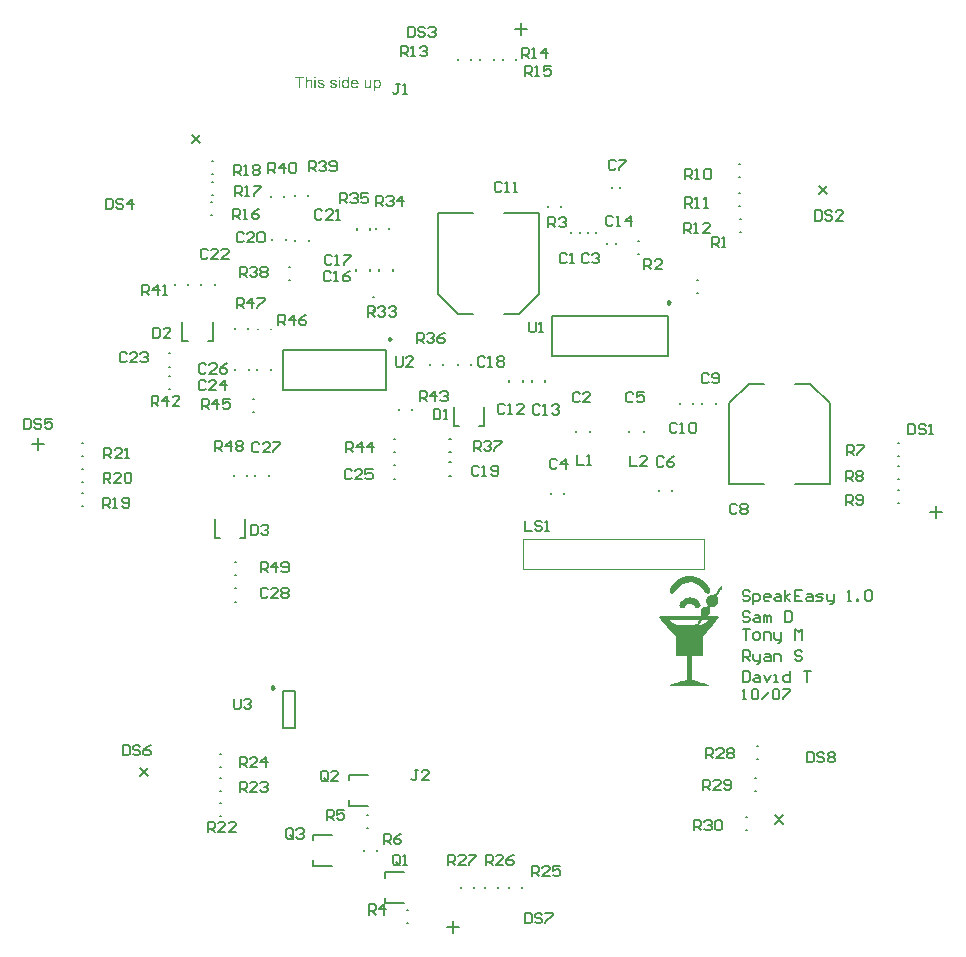
<source format=gto>
%FSTAX23Y23*%
%MOIN*%
%SFA1B1*%

%IPPOS*%
%ADD10C,0.009840*%
%ADD11C,0.007870*%
%ADD12C,0.003000*%
%ADD13C,0.007000*%
%LNspeakeasy_audio-1*%
%LPD*%
G36*
X0383Y02823D02*
X03831D01*
X03833Y02823*
X03836Y02822*
X0384Y02822*
X03844Y02821*
X03849Y0282*
X03853Y02818*
X03857Y02816*
X03857*
X03858Y02816*
X0386Y02815*
X03863Y02813*
X03867Y0281*
X03872Y02807*
X03877Y02802*
X03881Y02797*
X03886Y02791*
Y0279*
X03886Y0279*
X03888Y02788*
X03889Y02785*
X03891Y02781*
X03893Y02777*
X03893Y02773*
Y0277*
X03892Y02768*
X03891Y02767*
X0389Y02766*
X03889Y02765*
X03886Y02764*
X03884*
X03882Y02765*
X03882*
X03881Y02765*
X03879Y02767*
X03876Y02769*
X03875Y02771*
X03873Y02773*
X03873Y02773*
X03873Y02774*
X03871Y02776*
X0387Y02777*
X03866Y02782*
X03861Y02787*
X03855Y02793*
X03847Y02797*
X03843Y028*
X03838Y02801*
X03834Y02802*
X03829Y02803*
X03824*
X03821Y02802*
X03819Y02801*
X03812Y028*
X03809Y02799*
X03805Y02797*
X03801Y02795*
X03797Y02793*
X03793Y0279*
X03789Y02786*
X03785Y02782*
X03781Y02777*
X03781Y02777*
X0378Y02776*
X03779Y02774*
X03777Y02772*
X03773Y02767*
X0377Y02766*
X03769Y02764*
X03768*
X03768Y02764*
X03766Y02764*
X03764Y02764*
X03763Y02764*
X03761Y02765*
X0376Y02766*
X0376Y02767*
X03759Y02768*
X03758Y0277*
X03758Y02773*
Y02777*
X03759Y02781*
X0376Y02784*
X03762Y02787*
X03764Y0279*
X03767Y02794*
X03767Y02794*
X03767Y02794*
X03769Y02797*
X03773Y028*
X03777Y02804*
X03782Y02809*
X03789Y02813*
X03796Y02817*
X03803Y0282*
X03803*
X03805Y02821*
X03807Y02821*
X0381Y02822*
X03814Y02823*
X03819Y02823*
X03824Y02823*
X0383Y02823*
G37*
G36*
X03832Y02751D02*
X03837Y0275D01*
X03841Y02749*
X03847Y02746*
X03851Y02743*
X03856Y02737*
X03856Y02737*
X03857Y02736*
X03857Y02735*
X03859Y02733*
X0386Y02729*
X03861Y02727*
Y02725*
Y02725*
Y02724*
X0386Y02722*
X03859Y02721*
X03859Y0272*
X03857Y02719*
X03855Y02717*
X03854Y02717*
X03853Y02717*
X03849*
X03848Y02717*
X03847Y02718*
X03844Y0272*
X03842Y02722*
X0384Y02724*
X0384Y02724*
X03839Y02725*
X03837Y02726*
X03834Y02728*
X03832Y02729*
X03829Y02731*
X03827Y02731*
X03824Y02732*
X03823*
X03822Y02731*
X03821Y02731*
X03819Y0273*
X03817Y02729*
X03814Y02727*
X03812Y02724*
X03811Y02724*
X03811Y02723*
X0381Y02722*
X03808Y0272*
X03805Y02718*
X03803Y02717*
X03802Y02716*
X038*
X03797Y02717*
X03795Y02718*
X03794Y02719*
X03793Y0272*
X03792Y02721*
X03791Y02724*
X0379Y02726*
Y02727*
X03791Y02729*
X03792Y02732*
X03793Y02734*
X03794Y02737*
X03795Y02737*
X03796Y02739*
X03799Y02741*
X03802Y02744*
X03806Y02747*
X03811Y0275*
X03817Y02751*
X03825Y02752*
X03828*
X03832Y02751*
G37*
G36*
X03932Y0279D02*
X03933Y02789D01*
X03934Y02788*
X03934Y02787*
X03934Y02786*
X03933Y02785*
X03933Y02784*
X03932Y02783*
X03931Y02781*
X0393Y02778*
X03927Y02775*
X03925Y02771*
X03924Y02771*
X03924Y0277*
X03923Y02768*
X03921Y02766*
X03919Y02762*
X03918Y0276*
X03917Y02759*
Y02758*
X03917Y02757*
Y02754*
X03918Y02752*
X03918Y02752*
X03918Y0275*
X03919Y02748*
X0392Y02746*
X0392Y02742*
Y02739*
X0392Y02735*
X03918Y02731*
X03918Y02731*
X03917Y0273*
X03916Y02729*
X03914Y02727*
X03912Y02725*
X03909Y02723*
X03905Y02721*
X03901Y0272*
X03891Y02719*
X03891Y02709*
Y02709*
Y02708*
Y02706*
Y02703*
X03891Y027*
Y02699*
X0389Y02698*
X03889Y02696*
X03888Y02694*
X03887Y02693*
X03886Y02692*
X03886Y0269*
Y0269*
X03887Y02689*
X03899*
X03904Y0269*
X03913*
X03916Y02689*
X03919Y02689*
X03921Y02688*
X03921Y02688*
X03922Y02687*
X03921Y02686*
X03921Y02685*
X0392Y02683*
X03917Y0268*
X03914Y02676*
X03912Y02673*
X0391Y0267*
X03907Y02667*
X03904Y02663*
X03904Y02663*
X03903Y02662*
X03901Y0266*
X039Y02658*
X03898Y02656*
X03895Y02653*
X0389Y02647*
X0389Y02646*
X03889Y02645*
X03887Y02644*
X03886Y02642*
X03883Y02638*
X03881Y02636*
X03879Y02634*
X0387Y02623*
Y02555*
X03833*
X03834Y02477*
X03842Y02475*
X03843Y02474*
X03845Y02474*
X03846Y02473*
X03848Y02473*
X03851Y02472*
X03853Y02471*
X03854*
X03855Y0247*
X03856Y0247*
X03859Y02469*
X03863Y02468*
X03869Y02466*
X0387*
X03871Y02466*
X03872Y02466*
X03874Y02465*
X03879Y02463*
X03883Y02462*
X03884*
X03884Y02462*
X03887Y02461*
X03889Y0246*
X0389Y02459*
X0389Y02459*
X0389Y02459*
X03889*
X03886Y02458*
X03883*
X03881Y02458*
X03879*
X03876Y02457*
X03867*
X03865Y02457*
X03852*
X03844Y02457*
X03809*
X03801Y02457*
X03785*
X03777Y02457*
X03774*
X03771Y02458*
X03767*
X03763Y02458*
X0376Y02459*
X03758*
X03757Y02459*
X03757*
X03757Y02459*
X03758Y0246*
X03759Y0246*
X03761Y02461*
X03763Y02462*
X03766Y02463*
X03766*
X03767Y02463*
X03769Y02464*
X03771Y02465*
X03774Y02465*
X03778Y02466*
X03782Y02467*
X03786Y02469*
X03816Y02477*
Y02555*
X03778*
Y02622*
X0375Y02654*
X03749Y02655*
X03748Y02656*
X03746Y02659*
X03743Y02662*
X0374Y02666*
X03736Y0267*
X0373Y02677*
X03729Y02678*
X03729Y02679*
X03727Y02681*
X03726Y02683*
X03724Y02684*
X03723Y02686*
X03722Y02687*
X03721Y02688*
X03722*
X03723Y02688*
X03724*
X03727Y02689*
X03733*
X03736Y02689*
X03754*
X03757Y02689*
X03841*
X03846Y0269*
X03857*
X03859Y0269*
X0386Y0269*
X03862Y02691*
X03863Y02691*
X03864Y02692*
Y02693*
Y02694*
X03864Y02695*
X03864Y02696*
X03863Y02699*
Y02699*
X03863Y02701*
X03862Y02703*
X03861Y02705*
Y02705*
Y02706*
Y02707*
X03862Y02709*
X03863Y02712*
X03864Y02714*
X03865Y02716*
X03866Y02716*
X03866Y02717*
X03867Y02717*
X03869Y02719*
X03872Y0272*
X03874Y0272*
X03877Y02721*
X03878*
X0388Y02721*
X03883Y02721*
X03884Y02722*
X03885Y02722*
X03885Y02723*
Y02724*
X03885Y02725*
X03884Y02727*
X03883Y02728*
Y02729*
X03883Y02729*
X03882Y0273*
X03881Y02732*
X0388Y02736*
X0388Y02741*
Y02741*
Y02743*
X0388Y02744*
X0388Y02746*
X03882Y0275*
X03884Y02754*
X03884Y02754*
X03886Y02755*
X03887Y02757*
X0389Y02758*
X03891Y02759*
X03893Y02759*
X03896Y0276*
X03899Y0276*
X039*
X03902Y02761*
X03903Y02761*
X03907Y02762*
X03908Y02763*
X0391Y02763*
X0391Y02764*
X03911Y02765*
X03912Y02766*
X03913Y02768*
X03915Y0277*
X03917Y02773*
X03919Y02777*
X03919Y02777*
X0392Y02778*
X0392Y02779*
X03921Y02781*
X03924Y02784*
X03926Y02787*
X03927Y02788*
X03928Y02789*
X0393Y0279*
X03931*
X03932Y0279*
G37*
G36*
X0266Y04483D02*
X02655D01*
Y04488*
X0266*
Y04483*
G37*
G36*
X02579D02*
X02574D01*
Y04488*
X02579*
Y04483*
G37*
G36*
X02689Y0445D02*
X02685D01*
Y04453*
X02685Y04453*
X02685Y04453*
X02685Y04453*
X02684Y04452*
X02684Y04452*
X02684Y04452*
X02683Y04451*
X02683Y04451*
X02682Y04451*
X02682Y0445*
X02681Y0445*
X0268Y0445*
X0268Y04449*
X02679Y04449*
X02678Y04449*
X02677Y04449*
X02677*
X02677Y04449*
X02676Y04449*
X02675Y04449*
X02674Y04449*
X02673Y0445*
X02672Y0445*
X02671Y04451*
X02671*
X02671Y04451*
X02671Y04451*
X0267Y04452*
X02669Y04452*
X02669Y04453*
X02668Y04454*
X02667Y04455*
X02667Y04456*
Y04456*
X02667Y04456*
X02667Y04456*
X02666Y04456*
X02666Y04457*
X02666Y04457*
X02666Y04457*
X02666Y04458*
X02666Y04459*
X02665Y0446*
X02665Y04462*
X02665Y04463*
Y04463*
Y04464*
Y04464*
Y04464*
X02665Y04464*
Y04465*
X02665Y04466*
X02666Y04467*
X02666Y04468*
X02666Y0447*
X02667Y04471*
Y04471*
X02667Y04471*
X02667Y04471*
X02667Y04471*
X02667Y04472*
X02668Y04473*
X02668Y04474*
X02669Y04475*
X0267Y04475*
X02671Y04476*
X02671*
X02671Y04476*
X02671Y04476*
X02671Y04476*
X02672Y04477*
X02673Y04477*
X02673Y04477*
X02675Y04478*
X02676Y04478*
X02677Y04478*
X02677*
X02678Y04478*
X02678Y04478*
X02679Y04478*
X0268Y04478*
X02681Y04477*
X02681Y04477*
X02681Y04477*
X02682Y04477*
X02682Y04476*
X02682Y04476*
X02683Y04476*
X02684Y04475*
X02684Y04475*
X02685Y04474*
Y04488*
X02689*
Y0445*
G37*
G36*
X02785Y04478D02*
X02785Y04478D01*
X02786Y04478*
X02787Y04478*
X02788Y04477*
X02789Y04477*
X0279Y04476*
X0279*
X0279Y04476*
X02791Y04476*
X02791Y04475*
X02792Y04475*
X02792Y04474*
X02793Y04473*
X02794Y04472*
X02794Y04471*
Y04471*
X02794Y04471*
X02794Y04471*
X02794Y0447*
X02794Y0447*
X02795Y0447*
X02795Y04469*
X02795Y04468*
X02795Y04466*
X02796Y04465*
X02796Y04464*
Y04464*
Y04463*
Y04463*
Y04463*
X02796Y04462*
Y04462*
X02795Y04461*
X02795Y0446*
X02795Y04459*
X02795Y04457*
X02794Y04456*
Y04456*
X02794Y04456*
X02794Y04456*
X02794Y04455*
X02793Y04455*
X02793Y04454*
X02792Y04453*
X02792Y04452*
X02791Y04451*
X0279Y04451*
X0279*
X02789Y04451*
X02789Y04451*
X02789Y0445*
X02789Y0445*
X02788Y0445*
X02787Y04449*
X02786Y04449*
X02785Y04449*
X02783Y04449*
X02783*
X02783Y04449*
X02782Y04449*
X02781Y04449*
X02781Y04449*
X0278Y0445*
X02779Y0445*
X02779Y0445*
X02779Y0445*
X02779Y0445*
X02778Y04451*
X02778Y04451*
X02777Y04451*
X02777Y04452*
X02776Y04452*
Y04439*
X02771*
Y04477*
X02776*
Y04474*
X02776Y04474*
X02776Y04474*
X02776Y04474*
X02777Y04475*
X02777Y04475*
X02778Y04476*
X02778Y04476*
X02779Y04477*
X02779Y04477*
X02779Y04477*
X0278Y04477*
X0278Y04477*
X02781Y04478*
X02782Y04478*
X02783Y04478*
X02784Y04478*
X02784*
X02785Y04478*
G37*
G36*
X02638D02*
X02639Y04478D01*
X0264Y04478*
X02641Y04478*
X02642Y04477*
X02643Y04477*
X02643*
X02643Y04477*
X02643Y04477*
X02644Y04477*
X02644Y04476*
X02645Y04476*
X02646Y04475*
X02646Y04475*
X02647Y04474*
X02647Y04474*
X02647Y04474*
X02647Y04474*
X02647Y04473*
X02648Y04473*
X02648Y04472*
X02648Y04471*
X02648Y0447*
X02644Y0447*
Y0447*
X02644Y0447*
X02644Y0447*
X02643Y04471*
X02643Y04471*
X02643Y04472*
X02642Y04472*
X02642Y04473*
X02642Y04473*
X02642Y04473*
X02641Y04473*
X02641Y04473*
X0264Y04474*
X02639Y04474*
X02639Y04474*
X02638Y04474*
X02637*
X02637Y04474*
X02636Y04474*
X02635Y04474*
X02634Y04474*
X02634Y04473*
X02633Y04473*
X02633Y04473*
X02633Y04473*
X02633Y04473*
X02632Y04472*
X02632Y04472*
X02632Y04471*
X02632Y04471*
X02632Y0447*
Y0447*
Y0447*
X02632Y0447*
Y0447*
X02632Y04469*
X02632Y04469*
X02632Y04469*
X02632Y04469*
X02632Y04469*
X02633Y04468*
X02633Y04468*
X02633Y04468*
X02634Y04468*
X02634Y04468*
X02634*
X02634Y04468*
X02634Y04467*
X02635Y04467*
X02635Y04467*
X02636Y04467*
X02636Y04467*
X02637Y04467*
X02638Y04467*
X02638Y04466*
X02638*
X02638Y04466*
X02639Y04466*
X02639Y04466*
X02639Y04466*
X0264Y04466*
X02641Y04466*
X02642Y04465*
X02643Y04465*
X02644Y04464*
X02645Y04464*
X02645Y04464*
X02645Y04464*
X02645Y04464*
X02646Y04464*
X02646Y04464*
X02647Y04463*
X02647Y04463*
X02648Y04462*
X02648Y04462*
X02648Y04462*
X02648Y04461*
X02649Y04461*
X02649Y04461*
X02649Y0446*
X02649Y04459*
X02649Y04459*
X02649Y04458*
Y04458*
Y04457*
X02649Y04457*
X02649Y04456*
X02649Y04456*
X02649Y04455*
X02648Y04454*
X02648Y04453*
X02648Y04453*
X02648Y04453*
X02647Y04453*
X02647Y04452*
X02646Y04452*
X02646Y04451*
X02645Y04451*
X02644Y0445*
X02644*
X02644Y0445*
X02644Y0445*
X02643Y0445*
X02642Y04449*
X02641Y04449*
X0264Y04449*
X02639Y04449*
X02638Y04449*
X02638*
X02637Y04449*
X02637*
X02636Y04449*
X02636Y04449*
X02635Y04449*
X02634Y04449*
X02632Y0445*
X02631Y0445*
X0263Y04451*
X0263Y04451*
X0263Y04451*
X0263Y04451*
X02629Y04452*
X02629Y04452*
X02628Y04453*
X02628Y04454*
X02627Y04455*
X02627Y04456*
X02626Y04458*
X02631Y04459*
Y04458*
Y04458*
X02631Y04458*
X02631Y04458*
X02631Y04457*
X02632Y04456*
X02632Y04456*
X02632Y04455*
X02633Y04454*
X02633Y04454*
X02633Y04454*
X02634Y04454*
X02634Y04454*
X02635Y04453*
X02636Y04453*
X02637Y04453*
X02638Y04453*
X02639*
X02639Y04453*
X0264Y04453*
X02641Y04453*
X02642Y04453*
X02642Y04454*
X02643Y04454*
X02643Y04454*
X02643Y04454*
X02643Y04455*
X02644Y04455*
X02644Y04455*
X02644Y04456*
X02645Y04456*
X02645Y04457*
Y04457*
Y04457*
X02645Y04458*
X02644Y04458*
X02644Y04458*
X02644Y04459*
X02644Y04459*
X02643Y0446*
X02643Y0446*
X02643Y0446*
X02643Y0446*
X02642Y0446*
X02642Y0446*
X02641Y0446*
X02641Y04461*
X0264Y04461*
X0264Y04461*
X02639Y04461*
X02638Y04461*
X02638*
X02638Y04461*
X02638Y04461*
X02637Y04461*
X02637Y04462*
X02637Y04462*
X02635Y04462*
X02634Y04462*
X02633Y04463*
X02632Y04463*
X02631Y04463*
X02631Y04464*
X02631Y04464*
X02631Y04464*
X0263Y04464*
X0263Y04464*
X02629Y04465*
X02629Y04465*
X02628Y04466*
X02628Y04466*
X02628Y04466*
X02628Y04466*
X02628Y04467*
X02628Y04467*
X02627Y04468*
X02627Y04468*
X02627Y04469*
X02627Y0447*
Y0447*
Y0447*
X02627Y04471*
X02627Y04471*
X02627Y04472*
X02627Y04472*
X02628Y04473*
X02628Y04473*
X02628Y04473*
X02628Y04474*
X02628Y04474*
X02628Y04474*
X02629Y04475*
X02629Y04475*
X0263Y04476*
X0263Y04476*
X0263Y04476*
X0263Y04476*
X02631Y04476*
X02631Y04476*
X02631Y04477*
X02632Y04477*
X02633Y04477*
X02633Y04477*
X02633Y04477*
X02634Y04477*
X02634Y04478*
X02634Y04478*
X02635Y04478*
X02636Y04478*
X02636Y04478*
X02638*
X02638Y04478*
G37*
G36*
X02597D02*
X02597Y04478D01*
X02598Y04478*
X02599Y04478*
X026Y04477*
X02601Y04477*
X02601*
X02601Y04477*
X02602Y04477*
X02602Y04477*
X02603Y04476*
X02603Y04476*
X02604Y04475*
X02604Y04475*
X02605Y04474*
X02605Y04474*
X02605Y04474*
X02605Y04474*
X02606Y04473*
X02606Y04473*
X02606Y04472*
X02606Y04471*
X02607Y0447*
X02602Y0447*
Y0447*
X02602Y0447*
X02602Y0447*
X02602Y04471*
X02601Y04471*
X02601Y04472*
X02601Y04472*
X026Y04473*
X026Y04473*
X026Y04473*
X02599Y04473*
X02599Y04473*
X02598Y04474*
X02598Y04474*
X02597Y04474*
X02596Y04474*
X02595*
X02595Y04474*
X02594Y04474*
X02593Y04474*
X02593Y04474*
X02592Y04473*
X02591Y04473*
X02591Y04473*
X02591Y04473*
X02591Y04473*
X02591Y04472*
X0259Y04472*
X0259Y04471*
X0259Y04471*
X0259Y0447*
Y0447*
Y0447*
X0259Y0447*
Y0447*
X0259Y04469*
X0259Y04469*
X0259Y04469*
X0259Y04469*
X02591Y04469*
X02591Y04468*
X02591Y04468*
X02591Y04468*
X02592Y04468*
X02592Y04468*
X02592*
X02592Y04468*
X02593Y04467*
X02593Y04467*
X02594Y04467*
X02594Y04467*
X02595Y04467*
X02595Y04467*
X02596Y04467*
X02596Y04466*
X02596*
X02597Y04466*
X02597Y04466*
X02597Y04466*
X02598Y04466*
X02598Y04466*
X02599Y04466*
X026Y04465*
X02601Y04465*
X02603Y04464*
X02603Y04464*
X02603Y04464*
X02603Y04464*
X02604Y04464*
X02604Y04464*
X02605Y04464*
X02605Y04463*
X02606Y04463*
X02606Y04462*
X02606Y04462*
X02607Y04462*
X02607Y04461*
X02607Y04461*
X02607Y04461*
X02607Y0446*
X02607Y04459*
X02608Y04459*
X02608Y04458*
Y04458*
Y04457*
X02608Y04457*
X02607Y04456*
X02607Y04456*
X02607Y04455*
X02607Y04454*
X02606Y04453*
X02606Y04453*
X02606Y04453*
X02606Y04453*
X02605Y04452*
X02605Y04452*
X02604Y04451*
X02603Y04451*
X02602Y0445*
X02602*
X02602Y0445*
X02602Y0445*
X02601Y0445*
X02601Y04449*
X026Y04449*
X02599Y04449*
X02598Y04449*
X02596Y04449*
X02596*
X02595Y04449*
X02595*
X02594Y04449*
X02594Y04449*
X02593Y04449*
X02592Y04449*
X02591Y0445*
X02589Y0445*
X02589Y04451*
X02588Y04451*
X02588Y04451*
X02588Y04451*
X02588Y04452*
X02587Y04452*
X02587Y04453*
X02586Y04454*
X02585Y04455*
X02585Y04456*
X02584Y04458*
X02589Y04459*
Y04458*
Y04458*
X02589Y04458*
X02589Y04458*
X0259Y04457*
X0259Y04456*
X0259Y04456*
X02591Y04455*
X02591Y04454*
X02591Y04454*
X02592Y04454*
X02592Y04454*
X02593Y04454*
X02593Y04453*
X02594Y04453*
X02595Y04453*
X02596Y04453*
X02597*
X02597Y04453*
X02598Y04453*
X02599Y04453*
X026Y04453*
X02601Y04454*
X02601Y04454*
X02601Y04454*
X02601Y04454*
X02602Y04455*
X02602Y04455*
X02602Y04455*
X02603Y04456*
X02603Y04456*
X02603Y04457*
Y04457*
Y04457*
X02603Y04458*
X02603Y04458*
X02602Y04458*
X02602Y04459*
X02602Y04459*
X02601Y0446*
X02601Y0446*
X02601Y0446*
X02601Y0446*
X026Y0446*
X026Y0446*
X02599Y0446*
X02599Y04461*
X02598Y04461*
X02598Y04461*
X02597Y04461*
X02597Y04461*
X02596*
X02596Y04461*
X02596Y04461*
X02596Y04461*
X02595Y04462*
X02595Y04462*
X02594Y04462*
X02592Y04462*
X02591Y04463*
X0259Y04463*
X0259Y04463*
X02589Y04464*
X02589Y04464*
X02589Y04464*
X02589Y04464*
X02588Y04464*
X02588Y04465*
X02587Y04465*
X02587Y04466*
X02586Y04466*
X02586Y04466*
X02586Y04466*
X02586Y04467*
X02586Y04467*
X02586Y04468*
X02585Y04468*
X02585Y04469*
X02585Y0447*
Y0447*
Y0447*
X02585Y04471*
X02585Y04471*
X02585Y04472*
X02586Y04472*
X02586Y04473*
X02586Y04473*
X02586Y04473*
X02586Y04474*
X02586Y04474*
X02587Y04474*
X02587Y04475*
X02587Y04475*
X02588Y04476*
X02588Y04476*
X02588Y04476*
X02589Y04476*
X02589Y04476*
X02589Y04476*
X0259Y04477*
X0259Y04477*
X02591Y04477*
X02591Y04477*
X02592Y04477*
X02592Y04477*
X02592Y04478*
X02593Y04478*
X02593Y04478*
X02594Y04478*
X02595Y04478*
X02596*
X02597Y04478*
G37*
G36*
X02764Y0445D02*
X0276D01*
Y04454*
X0276Y04454*
X0276Y04453*
X0276Y04453*
X02759Y04453*
X02759Y04453*
X02759Y04452*
X02758Y04452*
X02758Y04451*
X02757Y04451*
X02756Y0445*
X02756Y0445*
X02755Y0445*
X02754Y04449*
X02753Y04449*
X02752Y04449*
X02751Y04449*
X02751*
X0275Y04449*
X02749Y04449*
X02749Y04449*
X02748Y04449*
X02747Y0445*
X02746Y0445*
X02746Y0445*
X02746Y0445*
X02746Y0445*
X02745Y04451*
X02745Y04451*
X02744Y04451*
X02744Y04452*
X02743Y04452*
X02743Y04452*
X02743Y04452*
X02743Y04453*
X02743Y04453*
X02742Y04454*
X02742Y04454*
X02742Y04455*
X02742Y04456*
Y04456*
X02742Y04456*
X02742Y04456*
Y04457*
X02742Y04457*
X02742Y04458*
X02741Y04459*
Y0446*
Y04477*
X02746*
Y04462*
Y04462*
Y04462*
Y04462*
Y04461*
Y04461*
X02746Y0446*
Y04459*
X02746Y04458*
X02746Y04457*
X02746Y04457*
Y04457*
X02747Y04457*
X02747Y04456*
X02747Y04456*
X02747Y04455*
X02747Y04455*
X02748Y04454*
X02748Y04454*
X02748Y04454*
X02749Y04454*
X02749Y04454*
X02749Y04454*
X0275Y04453*
X0275Y04453*
X02751Y04453*
X02752Y04453*
X02752*
X02753Y04453*
X02753Y04453*
X02754Y04453*
X02754Y04453*
X02755Y04454*
X02756Y04454*
X02756Y04454*
X02756Y04454*
X02757Y04454*
X02757Y04455*
X02757Y04455*
X02758Y04456*
X02758Y04456*
X02759Y04457*
X02759Y04457*
X02759Y04457*
X02759Y04458*
X02759Y04458*
X02759Y04459*
X02759Y0446*
X02759Y04461*
X02759Y04462*
Y04477*
X02764*
Y0445*
G37*
G36*
X0266D02*
X02655D01*
Y04477*
X0266*
Y0445*
G37*
G36*
X02579D02*
X02574D01*
Y04477*
X02579*
Y0445*
G37*
G36*
X02549Y04474D02*
X02549Y04474D01*
X02549Y04474*
X0255Y04474*
X0255Y04475*
X0255Y04475*
X02551Y04475*
X02551Y04476*
X02552Y04476*
X02552Y04476*
X02553Y04477*
X02554Y04477*
X02555Y04478*
X02556Y04478*
X02557Y04478*
X02558Y04478*
X02558*
X02559Y04478*
X02559Y04478*
X0256Y04478*
X02561Y04477*
X02562Y04477*
X02563Y04477*
X02563Y04477*
X02563Y04477*
X02564Y04476*
X02564Y04476*
X02565Y04475*
X02565Y04475*
X02566Y04474*
X02566Y04473*
X02566Y04473*
X02566Y04473*
X02567Y04472*
X02567Y04472*
X02567Y04471*
X02567Y0447*
X02567Y04469*
X02567Y04467*
Y0445*
X02562*
Y04467*
Y04467*
Y04467*
Y04467*
Y04468*
X02562Y04468*
X02562Y04469*
X02562Y0447*
X02562Y04471*
X02561Y04472*
X02561Y04472*
X02561Y04472*
X02561Y04473*
X0256Y04473*
X0256Y04473*
X02559Y04473*
X02558Y04474*
X02558Y04474*
X02557Y04474*
X02556*
X02556Y04474*
X02555Y04474*
X02555Y04474*
X02554Y04473*
X02553Y04473*
X02553Y04473*
X02553Y04473*
X02552Y04473*
X02552Y04472*
X02552Y04472*
X02551Y04472*
X02551Y04471*
X0255Y0447*
X0255Y0447*
X0255Y0447*
X0255Y04469*
X0255Y04469*
X0255Y04468*
X0255Y04468*
X02549Y04467*
X02549Y04466*
X02549Y04465*
Y0445*
X02545*
Y04488*
X02549*
Y04474*
G37*
G36*
X0254Y04483D02*
X02527D01*
Y0445*
X02522*
Y04483*
X0251*
Y04488*
X0254*
Y04483*
G37*
G36*
X02709Y04478D02*
X0271Y04478D01*
X0271Y04478*
X02711Y04478*
X02711Y04477*
X02712Y04477*
X02713Y04477*
X02714Y04477*
X02714Y04476*
X02715Y04476*
X02716Y04475*
X02717Y04475*
X02717Y04474*
X02717Y04474*
X02718Y04474*
X02718Y04474*
X02718Y04473*
X02718Y04473*
X02718Y04473*
X02719Y04472*
X02719Y04471*
X02719Y04471*
X0272Y0447*
X0272Y04469*
X0272Y04468*
X02721Y04467*
X02721Y04466*
X02721Y04465*
X02721Y04463*
Y04463*
Y04463*
Y04463*
X02721Y04462*
X027*
Y04462*
Y04462*
X027Y04462*
Y04461*
X027Y04461*
X027Y04461*
X027Y0446*
X02701Y04458*
X02701Y04457*
X02702Y04456*
X02703Y04455*
X02703*
X02703Y04455*
X02703Y04455*
X02704Y04454*
X02704Y04454*
X02705Y04454*
X02706Y04453*
X02707Y04453*
X02708Y04453*
X02708Y04453*
X02709*
X02709Y04453*
X0271Y04453*
X02711Y04453*
X02711Y04453*
X02712Y04454*
X02713Y04454*
X02713Y04454*
X02713Y04454*
X02714Y04455*
X02714Y04455*
X02714Y04456*
X02715Y04457*
X02715Y04457*
X02716Y04458*
X02721Y04458*
Y04458*
X02721Y04458*
X02721Y04457*
X02721Y04457*
X0272Y04457*
X0272Y04456*
X0272Y04455*
X02719Y04454*
X02718Y04453*
X02718Y04452*
X02716Y04451*
X02716*
X02716Y04451*
X02716Y04451*
X02716Y04451*
X02716Y04451*
X02715Y04451*
X02715Y0445*
X02714Y0445*
X02714Y0445*
X02713Y0445*
X02712Y04449*
X0271Y04449*
X02708Y04449*
X02708*
X02707Y04449*
X02707Y04449*
X02706Y04449*
X02706Y04449*
X02705Y04449*
X02703Y0445*
X02703Y0445*
X02702Y0445*
X02701Y04451*
X027Y04451*
X02699Y04452*
X02699Y04453*
X02699Y04453*
X02699Y04453*
X02698Y04453*
X02698Y04453*
X02698Y04454*
X02698Y04454*
X02697Y04455*
X02697Y04455*
X02697Y04456*
X02696Y04457*
X02696Y04458*
X02696Y04459*
X02696Y0446*
X02695Y04461*
X02695Y04462*
X02695Y04463*
Y04463*
Y04463*
Y04464*
X02695Y04464*
X02695Y04465*
X02695Y04466*
X02695Y04466*
X02696Y04467*
X02696Y04469*
X02696Y0447*
X02697Y04471*
X02697Y04472*
X02698Y04472*
X02698Y04473*
X02699Y04474*
X02699Y04474*
X02699Y04474*
X02699Y04474*
X02699Y04475*
X027Y04475*
X027Y04475*
X02701Y04476*
X02701Y04476*
X02702Y04476*
X02703Y04477*
X02703Y04477*
X02704Y04477*
X02705Y04478*
X02706Y04478*
X02707Y04478*
X02708Y04478*
X02709*
X02709Y04478*
G37*
%LNspeakeasy_audio-2*%
%LPC*%
G36*
X03824Y02677D02*
X03789D01*
X03783Y02677*
X03777*
X03771Y02676*
X03767*
X03764Y02676*
X03762*
X0376Y02676*
X03759*
X03758Y02675*
X03759Y02674*
X0376Y02673*
X03762Y02672*
X03763Y02672*
X03764Y0267*
X03767Y02669*
X0377Y02667*
X0377*
X03771Y02666*
X03773Y02665*
X03774Y02664*
X03778Y02663*
X03783Y02661*
X03784*
X03786Y02661*
X03793*
X03799Y0266*
X03826*
X03831Y02661*
X0384*
X03842Y02661*
X03843*
X03844Y02662*
X03846Y02662*
X03849Y02663*
X0385Y02664*
X03851Y02666*
X03851Y02666*
X03852Y02667*
X03853Y02668*
X03853Y0267*
Y0267*
Y02671*
Y02672*
X03853Y02673*
Y02673*
X03852Y02674*
X03852Y02674*
X03854*
X03854Y02674*
X03856Y02673*
X03856*
X03856Y02674*
X03857Y02675*
Y02675*
X03857*
X03856Y02676*
X03855*
X03853Y02676*
X0385Y02676*
X03843*
X0384Y02677*
X03831*
X03824Y02677*
G37*
G36*
X03888D02*
X03874D01*
X0387Y02677*
X03869Y02676*
X03867Y02676*
X03867Y02676*
X03866Y02675*
X03864Y02673*
X03861Y0267*
X03861Y0267*
X03861Y02669*
X03859Y02666*
X03857Y02663*
X03857Y02662*
Y02662*
X03858Y02661*
X03859Y02661*
X03864*
X03865Y02661*
X03867Y02662*
X03871Y02663*
X03871*
X03871Y02664*
X03874Y02665*
X03876Y02667*
X03879Y02669*
X03879*
X03888Y02677*
G37*
G36*
X02677Y04474D02*
X02677D01*
X02677Y04474*
X02676Y04474*
X02676Y04474*
X02675Y04473*
X02674Y04473*
X02673Y04472*
X02673Y04472*
X02672Y04471*
Y04471*
X02672Y04471*
X02672Y04471*
X02672Y04471*
X02672Y04471*
X02671Y0447*
X02671Y0447*
X02671Y0447*
X02671Y04469*
X02671Y04468*
X02671Y04468*
X0267Y04467*
X0267Y04466*
X0267Y04465*
X0267Y04464*
Y04463*
Y04463*
Y04463*
Y04463*
X0267Y04462*
Y04462*
X0267Y04462*
X0267Y0446*
X02671Y04459*
X02671Y04458*
X02672Y04456*
X02672Y04456*
X02672Y04455*
X02672*
X02672Y04455*
X02673Y04455*
X02673Y04455*
X02674Y04454*
X02675Y04454*
X02675Y04453*
X02676Y04453*
X02677Y04453*
X02678Y04453*
X02678*
X02678Y04453*
X02679Y04453*
X02679Y04453*
X0268Y04453*
X02681Y04454*
X02682Y04454*
X02682Y04455*
X02683Y04455*
Y04455*
X02683Y04455*
X02683Y04456*
X02683Y04456*
X02683Y04456*
X02684Y04456*
X02684Y04457*
X02684Y04457*
X02684Y04458*
X02684Y04458*
X02685Y04459*
X02685Y0446*
X02685Y0446*
X02685Y04461*
X02685Y04462*
Y04463*
Y04463*
Y04463*
Y04464*
X02685Y04464*
Y04464*
X02685Y04465*
X02685Y04466*
X02685Y04466*
X02684Y04468*
X02684Y04469*
X02684Y0447*
X02683Y04471*
X02683Y04471*
Y04471*
X02683Y04471*
X02682Y04472*
X02682Y04472*
X02681Y04473*
X02681Y04473*
X0268Y04474*
X02679Y04474*
X02678Y04474*
X02677Y04474*
G37*
G36*
X02783Y04474D02*
X02783D01*
X02783Y04474*
X02782Y04474*
X02782Y04474*
X02781Y04474*
X0278Y04473*
X02779Y04473*
X02779Y04472*
X02778Y04472*
X02778Y04471*
Y04471*
X02778Y04471*
X02778Y04471*
X02778Y04471*
X02778Y04471*
X02777Y0447*
X02777Y0447*
X02777Y04469*
X02777Y04469*
X02776Y04468*
X02776Y04468*
X02776Y04467*
X02776Y04466*
X02776Y04465*
X02776Y04464*
Y04463*
Y04463*
Y04463*
Y04463*
X02776Y04462*
Y04462*
X02776Y04461*
X02776Y0446*
X02776Y04459*
X02777Y04458*
X02777Y04456*
X02778Y04456*
X02778Y04455*
X02778Y04455*
X02778Y04455*
X02779Y04455*
X02779Y04454*
X0278Y04454*
X02781Y04453*
X02782Y04453*
X02783Y04453*
X02783Y04453*
X02783*
X02784Y04453*
X02784Y04453*
X02785Y04453*
X02786Y04453*
X02787Y04454*
X02788Y04455*
X02788Y04455*
X02789Y04455*
Y04455*
X02789Y04455*
X02789Y04456*
X02789Y04456*
X02789Y04456*
X02789Y04457*
X02789Y04457*
X0279Y04457*
X0279Y04458*
X0279Y04459*
X0279Y04459*
X0279Y0446*
X02791Y04461*
X02791Y04462*
X02791Y04463*
Y04464*
Y04464*
Y04464*
Y04464*
X02791Y04465*
Y04465*
X02791Y04465*
X02791Y04467*
X0279Y04468*
X0279Y04469*
X02789Y0447*
X02789Y04471*
X02789Y04472*
Y04472*
X02788Y04472*
X02788Y04472*
X02788Y04472*
X02787Y04473*
X02786Y04473*
X02785Y04474*
X02784Y04474*
X02784Y04474*
X02783Y04474*
G37*
G36*
X02708Y04474D02*
X02708D01*
X02708Y04474*
X02707Y04474*
X02706Y04474*
X02705Y04474*
X02705Y04473*
X02704Y04473*
X02703Y04472*
X02703Y04472*
X02702Y04471*
X02702Y04471*
X02702Y0447*
X02701Y0447*
X02701Y04469*
X027Y04467*
X027Y04466*
X02716*
Y04466*
Y04466*
X02716Y04466*
Y04467*
X02716Y04467*
X02716Y04468*
X02715Y04469*
X02715Y0447*
X02715Y04471*
X02714Y04471*
Y04471*
X02714Y04471*
X02714Y04472*
X02713Y04472*
X02713Y04473*
X02712Y04473*
X02711Y04474*
X0271Y04474*
X02709Y04474*
X02708Y04474*
G37*
%LNspeakeasy_audio-3*%
%LPD*%
G54D10*
X0283Y03614D02*
X02823Y03618D01*
Y0361*
X0283Y03614*
X0244Y0245D02*
X02433Y02455D01*
Y02446*
X0244Y0245*
X03759Y03735D02*
X03752Y03739D01*
Y0373*
X03759Y03735*
G54D11*
X03038Y03324D02*
Y03388D01*
X0314Y03324D02*
Y03388D01*
X03122Y03324D02*
X0314D01*
X03038D02*
X03056D01*
X0247Y03444D02*
Y03575D01*
Y03444D02*
X02814D01*
X0247Y03575D02*
X02814D01*
Y03444D02*
Y03575D01*
X03837Y03398D02*
Y03401D01*
X03792Y03398D02*
Y03401D01*
X03912Y03398D02*
Y03401D01*
X03867Y03398D02*
Y03401D01*
X03767Y03108D02*
Y03111D01*
X03722Y03108D02*
Y03111D01*
X03362Y03098D02*
Y03101D01*
X03407Y03098D02*
Y03101D01*
X0249Y03809D02*
X02494D01*
X0249Y03853D02*
X02494D01*
X03052Y03697D02*
X03104D01*
X02987Y03762D02*
X03052Y03697D01*
X03257D02*
X03322Y03762D01*
X03205Y03697D02*
X03257D01*
X02987Y03762D02*
Y04032D01*
X03104*
X03205D02*
X03322D01*
Y03762D02*
Y04032D01*
X01992Y02155D02*
X02019Y02182D01*
X01992D02*
X02019Y02155D01*
X03343Y03471D02*
Y03475D01*
X03298Y03471D02*
Y03475D01*
X02838Y03281D02*
X02841D01*
X02838Y03238D02*
X02841D01*
X02855Y03378D02*
Y03381D01*
X02899Y03378D02*
Y03381D01*
X02838Y03192D02*
X02841D01*
X02838Y03147D02*
X02841D01*
X02509Y02318D02*
Y02441D01*
X0247Y02318D02*
Y02441D01*
Y02318D02*
X02509D01*
X0247Y02441D02*
X02509D01*
X0231Y02871D02*
X02314D01*
X0231Y02828D02*
X02314D01*
X02241Y0295D02*
X02259D01*
X02326D02*
X02343D01*
Y03014*
X02241Y0295D02*
Y03014D01*
X02355Y0351D02*
Y03513D01*
X02309Y0351D02*
Y03513D01*
X0237Y03369D02*
X02374D01*
X0237Y03412D02*
X02374D01*
X02242Y03793D02*
Y03796D01*
X02197Y03793D02*
Y03796D01*
X02151Y03793D02*
Y03796D01*
X02108Y03793D02*
Y03796D01*
X0231Y02782D02*
X02314D01*
X0231Y02737D02*
X02314D01*
X02349Y03158D02*
Y03161D01*
X02305Y03158D02*
Y03161D01*
X02422Y03158D02*
Y03161D01*
X02377Y03158D02*
Y03161D01*
X0243Y0351D02*
Y03513D01*
X02384Y0351D02*
Y03513D01*
X0231Y03646D02*
Y0365D01*
X02354Y03646D02*
Y0365D01*
X02088Y03565D02*
X02091D01*
X02088Y03519D02*
X02091D01*
X02088Y03491D02*
X02091D01*
X02088Y03448D02*
X02091D01*
X02133Y03605D02*
X02151D01*
X02218D02*
X02236D01*
Y03669*
X02133Y03605D02*
Y03669D01*
X02478Y03944D02*
Y03948D01*
X02432Y03944D02*
Y03948D01*
X02555Y03939D02*
Y03943D01*
X02509Y03939D02*
Y03943D01*
X02554Y04089D02*
Y04093D01*
X0251Y04089D02*
Y04093D01*
X0243Y04088D02*
Y04091D01*
X02474Y04088D02*
Y04091D01*
X03024Y03281D02*
X03028D01*
X03024Y03238D02*
X03028D01*
X03024Y03202D02*
X03028D01*
X03024Y03157D02*
X03028D01*
X03097Y03528D02*
Y03531D01*
X03051Y03528D02*
Y03531D01*
X03003Y03528D02*
Y03531D01*
X0296Y03528D02*
Y03531D01*
X0277Y0371D02*
X02774D01*
X0277Y03753D02*
X02774D01*
X0276Y03841D02*
Y03845D01*
X02714Y03841D02*
Y03845D01*
X02835Y03841D02*
Y03845D01*
X02789Y03841D02*
Y03845D01*
X02824Y03979D02*
Y03983D01*
X0278Y03979D02*
Y03983D01*
X02715Y03978D02*
Y03982D01*
X02759Y03978D02*
Y03982D01*
X02429Y03645D02*
Y03648D01*
X02385Y03645D02*
Y03648D01*
X03366Y03558D02*
Y03691D01*
X03752Y03558D02*
Y03691D01*
X03366Y03558D02*
X03752D01*
X03366Y03691D02*
X03752D01*
X02258Y02231D02*
X02261D01*
X02258Y02188D02*
X02261D01*
X02258Y02149D02*
X02261D01*
X02258Y02106D02*
X02261D01*
X02258Y02068D02*
X02261D01*
X02258Y02024D02*
X02261D01*
X01798Y03266D02*
X01801D01*
X01798Y03223D02*
X01801D01*
X01798Y03181D02*
X01801D01*
X01798Y03138D02*
X01801D01*
X01798Y03101D02*
X01801D01*
X01798Y03058D02*
X01801D01*
X02233Y04206D02*
X02236D01*
X02233Y04163D02*
X02236D01*
X02229Y04071D02*
X02233D01*
X02229Y04028D02*
X02233D01*
X02233Y04136D02*
X02236D01*
X02233Y04093D02*
X02236D01*
X02748Y01983D02*
X02751D01*
X02748Y02026D02*
X02751D01*
X02738Y01908D02*
Y01911D01*
X02781Y01908D02*
Y01911D01*
X02883Y01668D02*
X02886D01*
X02883Y01711D02*
X02886D01*
X03063Y01783D02*
Y01786D01*
X03106Y01783D02*
Y01786D01*
X03143Y01783D02*
Y01786D01*
X03187Y01783D02*
Y01786D01*
X03223Y01783D02*
Y01786D01*
X03266Y01783D02*
Y01786D01*
X03035Y01633D02*
Y01673D01*
X03015Y01653D02*
X03055D01*
X04013Y01978D02*
X04016D01*
X04013Y02021D02*
X04016D01*
X04043Y02108D02*
X04046D01*
X04043Y02151D02*
X04046D01*
X04048Y02213D02*
X04051D01*
X04048Y02256D02*
X04051D01*
X04109Y02026D02*
X04136Y01998D01*
X04109D02*
X04136Y02026D01*
X04625Y03035D02*
X04665D01*
X04645Y03015D02*
Y03055D01*
X03993Y03969D02*
X03996D01*
X03993Y04013D02*
X03996D01*
X03988Y04058D02*
X03991D01*
X03988Y04101D02*
X03991D01*
X03988Y04153D02*
X03991D01*
X03988Y04196D02*
X03991D01*
X04256Y04095D02*
X04284Y04123D01*
X04256D02*
X04284Y04095D01*
X03096Y04543D02*
Y04546D01*
X03053Y04543D02*
Y04546D01*
X04175Y03463D02*
X04227D01*
X04292Y03399*
X03957D02*
X04022Y03463D01*
X04074*
X04292Y03129D02*
Y03399D01*
X04175Y03129D02*
X04292D01*
X03957D02*
X04074D01*
X03957D02*
Y03399D01*
X03246Y04543D02*
Y04546D01*
X03203Y04543D02*
Y04546D01*
X03171Y04543D02*
Y04546D01*
X03127Y04543D02*
Y04546D01*
X03263Y04625D02*
Y04665D01*
X03244Y04645D02*
X03283D01*
X02166Y04294D02*
X02194Y04266D01*
X02166D02*
X02194Y04294D01*
X03513Y03965D02*
Y03969D01*
X03485Y03965D02*
Y03969D01*
X03458Y03965D02*
Y03969D01*
X0343Y03965D02*
Y03969D01*
X03268Y03471D02*
Y03475D01*
X03223Y03471D02*
Y03475D01*
X03653Y03898D02*
X03656D01*
X03653Y03941D02*
X03656D01*
X03848Y03768D02*
X03851D01*
X03848Y03811D02*
X03851D01*
X03396Y04054D02*
Y04058D01*
X03352Y04054D02*
Y04058D01*
X03566Y04115D02*
Y04119D01*
X03593Y04115D02*
Y04119D01*
X03578Y0393D02*
Y03934D01*
X0355Y0393D02*
Y03934D01*
X03494Y03303D02*
Y03306D01*
X03445Y03303D02*
Y03306D01*
X03672Y03303D02*
Y03306D01*
X03623Y03303D02*
Y03306D01*
X04518Y03068D02*
X04521D01*
X04518Y03111D02*
X04521D01*
X04518Y03148D02*
X04521D01*
X04518Y03191D02*
X04521D01*
X04518Y03223D02*
X04521D01*
X04518Y03266D02*
X04521D01*
X0269Y02143D02*
Y02161D01*
Y02058D02*
Y02076D01*
Y02058D02*
X02753D01*
X0269Y02161D02*
X02753D01*
X0257Y01943D02*
Y01961D01*
Y01858D02*
Y01876D01*
Y01858D02*
X02634D01*
X0257Y01961D02*
X02634D01*
X0281Y01818D02*
Y01836D01*
Y01733D02*
Y01751D01*
Y01733D02*
X02874D01*
X0281Y01836D02*
X02874D01*
X01653Y03244D02*
Y03283D01*
X01633Y03263D02*
X01673D01*
G54D12*
X03269Y02845D02*
X03874D01*
Y02945*
X03269D02*
X03874D01*
X03269Y02845D02*
Y02945D01*
G54D13*
X04025Y0277D02*
X04019Y02775D01*
X04007*
X04002Y0277*
Y02764*
X04007Y02758*
X04019*
X04025Y02752*
Y02746*
X04019Y0274*
X04007*
X04002Y02746*
X04036Y02729D02*
Y02764D01*
X04054*
X0406Y02758*
Y02746*
X04054Y0274*
X04036*
X04089D02*
X04077D01*
X04071Y02746*
Y02758*
X04077Y02764*
X04089*
X04095Y02758*
Y02752*
X04071*
X04112Y02764D02*
X04124D01*
X0413Y02758*
Y0274*
X04112*
X04106Y02746*
X04112Y02752*
X0413*
X04141Y0274D02*
Y02775D01*
Y02752D02*
X04159Y02764D01*
X04141Y02752D02*
X04159Y0274D01*
X042Y02775D02*
X04176D01*
Y0274*
X042*
X04176Y02758D02*
X04188D01*
X04217Y02764D02*
X04229D01*
X04235Y02758*
Y0274*
X04217*
X04211Y02746*
X04217Y02752*
X04235*
X04246Y0274D02*
X04264D01*
X0427Y02746*
X04264Y02752*
X04252*
X04246Y02758*
X04252Y02764*
X0427*
X04281D02*
Y02746D01*
X04287Y0274*
X04305*
Y02735*
X04299Y02729*
X04293*
X04305Y0274D02*
Y02764D01*
X04351Y0274D02*
X04363D01*
X04357*
Y02775*
X04351Y0277*
X04381Y0274D02*
Y02746D01*
X04386*
Y0274*
X04381*
X0441Y0277D02*
X04416Y02775D01*
X04427*
X04433Y0277*
Y02746*
X04427Y0274*
X04416*
X0441Y02746*
Y0277*
X04025Y02699D02*
X04019Y02705D01*
X04007*
X04002Y02699*
Y02693*
X04007Y02687*
X04019*
X04025Y02682*
Y02676*
X04019Y0267*
X04007*
X04002Y02676*
X04042Y02693D02*
X04054D01*
X0406Y02687*
Y0267*
X04042*
X04036Y02676*
X04042Y02682*
X0406*
X04071Y0267D02*
Y02693D01*
X04077*
X04083Y02687*
Y0267*
Y02687*
X04089Y02693*
X04095Y02687*
Y0267*
X04141Y02705D02*
Y0267D01*
X04159*
X04165Y02676*
Y02699*
X04159Y02705*
X04141*
X04002Y02646D02*
X04025D01*
X04013*
Y02611*
X04042D02*
X04054D01*
X0406Y02617*
Y02629*
X04054Y02635*
X04042*
X04036Y02629*
Y02617*
X04042Y02611*
X04071D02*
Y02635D01*
X04089*
X04095Y02629*
Y02611*
X04106Y02635D02*
Y02617D01*
X04112Y02611*
X0413*
Y02605*
X04124Y026*
X04118*
X0413Y02611D02*
Y02635D01*
X04176Y02611D02*
Y02646D01*
X04188Y02635*
X042Y02646*
Y02611*
X04002Y02541D02*
Y02576D01*
X04019*
X04025Y0257*
Y02558*
X04019Y02552*
X04002*
X04013D02*
X04025Y02541D01*
X04036Y02564D02*
Y02547D01*
X04042Y02541*
X0406*
Y02535*
X04054Y02529*
X04048*
X0406Y02541D02*
Y02564D01*
X04077D02*
X04089D01*
X04095Y02558*
Y02541*
X04077*
X04071Y02547*
X04077Y02552*
X04095*
X04106Y02541D02*
Y02564D01*
X04124*
X0413Y02558*
Y02541*
X042Y0257D02*
X04194Y02576D01*
X04182*
X04176Y0257*
Y02564*
X04182Y02558*
X04194*
X042Y02552*
Y02547*
X04194Y02541*
X04182*
X04176Y02547*
X04002Y02505D02*
Y0247D01*
X04019*
X04025Y02476*
Y02499*
X04019Y02505*
X04002*
X04042Y02494D02*
X04054D01*
X0406Y02488*
Y0247*
X04042*
X04036Y02476*
X04042Y02482*
X0406*
X04071Y02494D02*
X04083Y0247D01*
X04095Y02494*
X04106Y0247D02*
X04118D01*
X04112*
Y02494*
X04106*
X04159Y02505D02*
Y0247D01*
X04141*
X04136Y02476*
Y02488*
X04141Y02494*
X04159*
X04206Y02505D02*
X04229D01*
X04217*
Y0247*
X04002Y02412D02*
X04013D01*
X04007*
Y02446*
X04002Y02441*
X04031D02*
X04036Y02446D01*
X04048*
X04054Y02441*
Y02417*
X04048Y02412*
X04036*
X04031Y02417*
Y02441*
X04066Y02412D02*
X04089Y02435D01*
X04101Y02441D02*
X04106Y02446D01*
X04118*
X04124Y02441*
Y02417*
X04118Y02412*
X04106*
X04101Y02417*
Y02441*
X04136Y02446D02*
X04159D01*
Y02441*
X04136Y02417*
Y02412*
X02971Y03379D02*
Y03345D01*
X02988*
X02994Y0335*
Y03374*
X02988Y03379*
X02971*
X03005Y03345D02*
X03017D01*
X03011*
Y03379*
X03005Y03374*
X02845Y03556D02*
Y03527D01*
X0285Y03521*
X02862*
X02868Y03527*
Y03556*
X02903Y03521D02*
X02879D01*
X02903Y03545*
Y03551*
X02897Y03556*
X02885*
X02879Y03551*
X02305Y02414D02*
Y02385D01*
X0231Y0238*
X02322*
X02328Y02385*
Y02414*
X02339Y02409D02*
X02345Y02414D01*
X02357*
X02363Y02409*
Y02403*
X02357Y02397*
X02351*
X02357*
X02363Y02391*
Y02385*
X02357Y0238*
X02345*
X02339Y02385*
X02395Y02835D02*
Y02869D01*
X02412*
X02418Y02864*
Y02852*
X02412Y02846*
X02395*
X02406D02*
X02418Y02835D01*
X02447D02*
Y02869D01*
X02429Y02852*
X02453*
X02464Y0284D02*
X0247Y02835D01*
X02482*
X02488Y0284*
Y02864*
X02482Y02869*
X0247*
X02464Y02864*
Y02858*
X0247Y02852*
X02488*
X02242Y0324D02*
Y03274D01*
X0226*
X02265Y03269*
Y03257*
X0226Y03251*
X02242*
X02254D02*
X02265Y0324D01*
X02295D02*
Y03274D01*
X02277Y03257*
X023*
X02312Y03269D02*
X02318Y03274D01*
X0233*
X02335Y03269*
Y03263*
X0233Y03257*
X02335Y03251*
Y03245*
X0233Y0324*
X02318*
X02312Y03245*
Y03251*
X02318Y03257*
X02312Y03263*
Y03269*
X02318Y03257D02*
X0233D01*
X02315Y03715D02*
Y03749D01*
X02332*
X02338Y03744*
Y03732*
X02332Y03726*
X02315*
X02326D02*
X02338Y03715D01*
X02367D02*
Y03749D01*
X02349Y03732*
X02373*
X02384Y03749D02*
X02408D01*
Y03744*
X02384Y0372*
Y03715*
X02453Y0366D02*
Y03694D01*
X02471*
X02477Y03689*
Y03677*
X02471Y03671*
X02453*
X02465D02*
X02477Y0366D01*
X02506D02*
Y03694D01*
X02488Y03677*
X02512*
X02547Y03694D02*
X02535Y03689D01*
X02523Y03677*
Y03665*
X02529Y0366*
X02541*
X02547Y03665*
Y03671*
X02541Y03677*
X02523*
X02198Y0338D02*
Y03414D01*
X02215*
X02221Y03409*
Y03397*
X02215Y03391*
X02198*
X02209D02*
X02221Y0338D01*
X0225D02*
Y03414D01*
X02233Y03397*
X02256*
X02291Y03414D02*
X02268D01*
Y03397*
X02279Y03403*
X02285*
X02291Y03397*
Y03385*
X02285Y0338*
X02273*
X02268Y03385*
X0268Y03235D02*
Y03269D01*
X02697*
X02703Y03264*
Y03252*
X02697Y03246*
X0268*
X02691D02*
X02703Y03235D01*
X02732D02*
Y03269D01*
X02714Y03252*
X02738*
X02767Y03235D02*
Y03269D01*
X02749Y03252*
X02773*
X02925Y03405D02*
Y03439D01*
X02942*
X02948Y03434*
Y03422*
X02942Y03416*
X02925*
X02936D02*
X02948Y03405D01*
X02977D02*
Y03439D01*
X02959Y03422*
X02983*
X02994Y03434D02*
X03Y03439D01*
X03012*
X03018Y03434*
Y03428*
X03012Y03422*
X03006*
X03012*
X03018Y03416*
Y0341*
X03012Y03405*
X03*
X02994Y0341*
X02031Y0339D02*
Y03424D01*
X02049*
X02054Y03419*
Y03407*
X02049Y03401*
X02031*
X02043D02*
X02054Y0339D01*
X02084D02*
Y03424D01*
X02066Y03407*
X02089*
X02124Y0339D02*
X02101D01*
X02124Y03413*
Y03419*
X02119Y03424*
X02107*
X02101Y03419*
X02Y0376D02*
Y03794D01*
X02017*
X02023Y03789*
Y03777*
X02017Y03771*
X02*
X02011D02*
X02023Y0376D01*
X02052D02*
Y03794D01*
X02034Y03777*
X02058*
X02069Y0376D02*
X02081D01*
X02075*
Y03794*
X02069Y03789*
X0242Y04166D02*
Y04201D01*
X02438*
X02443Y04195*
Y04183*
X02438Y04178*
X0242*
X02432D02*
X02443Y04166D01*
X02473D02*
Y04201D01*
X02455Y04183*
X02478*
X0249Y04195D02*
X02496Y04201D01*
X02508*
X02513Y04195*
Y04172*
X02508Y04166*
X02496*
X0249Y04172*
Y04195*
X02555Y04172D02*
Y04207D01*
X02572*
X02578Y04201*
Y04189*
X02572Y04183*
X02555*
X02566D02*
X02578Y04172D01*
X02589Y04201D02*
X02595Y04207D01*
X02607*
X02613Y04201*
Y04195*
X02607Y04189*
X02601*
X02607*
X02613Y04183*
Y04177*
X02607Y04172*
X02595*
X02589Y04177*
X02624D02*
X0263Y04172D01*
X02642*
X02648Y04177*
Y04201*
X02642Y04207*
X0263*
X02624Y04201*
Y04195*
X0263Y04189*
X02648*
X02325Y0382D02*
Y03854D01*
X02342*
X02348Y03849*
Y03837*
X02342Y03831*
X02325*
X02336D02*
X02348Y0382D01*
X02359Y03849D02*
X02365Y03854D01*
X02377*
X02383Y03849*
Y03843*
X02377Y03837*
X02371*
X02377*
X02383Y03831*
Y03825*
X02377Y0382*
X02365*
X02359Y03825*
X02394Y03849D02*
X024Y03854D01*
X02412*
X02418Y03849*
Y03843*
X02412Y03837*
X02418Y03831*
Y03825*
X02412Y0382*
X024*
X02394Y03825*
Y03831*
X024Y03837*
X02394Y03843*
Y03849*
X024Y03837D02*
X02412D01*
X03105Y0324D02*
Y03274D01*
X03122*
X03128Y03269*
Y03257*
X03122Y03251*
X03105*
X03116D02*
X03128Y0324D01*
X03139Y03269D02*
X03145Y03274D01*
X03157*
X03163Y03269*
Y03263*
X03157Y03257*
X03151*
X03157*
X03163Y03251*
Y03245*
X03157Y0324*
X03145*
X03139Y03245*
X03174Y03274D02*
X03198D01*
Y03269*
X03174Y03245*
Y0324*
X02915Y036D02*
Y03634D01*
X02932*
X02938Y03629*
Y03617*
X02932Y03611*
X02915*
X02926D02*
X02938Y036D01*
X02949Y03629D02*
X02955Y03634D01*
X02967*
X02973Y03629*
Y03623*
X02967Y03617*
X02961*
X02967*
X02973Y03611*
Y03605*
X02967Y036*
X02955*
X02949Y03605*
X03008Y03634D02*
X02996Y03629D01*
X02984Y03617*
Y03605*
X0299Y036*
X03002*
X03008Y03605*
Y03611*
X03002Y03617*
X02984*
X0266Y04065D02*
Y04099D01*
X02677*
X02683Y04094*
Y04082*
X02677Y04076*
X0266*
X02671D02*
X02683Y04065D01*
X02694Y04094D02*
X027Y04099D01*
X02712*
X02718Y04094*
Y04088*
X02712Y04082*
X02706*
X02712*
X02718Y04076*
Y0407*
X02712Y04065*
X027*
X02694Y0407*
X02753Y04099D02*
X02729D01*
Y04082*
X02741Y04088*
X02747*
X02753Y04082*
Y0407*
X02747Y04065*
X02735*
X02729Y0407*
X0278Y04056D02*
Y04091D01*
X02797*
X02803Y04085*
Y04074*
X02797Y04068*
X0278*
X02791D02*
X02803Y04056D01*
X02814Y04085D02*
X0282Y04091D01*
X02832*
X02838Y04085*
Y04079*
X02832Y04074*
X02826*
X02832*
X02838Y04068*
Y04062*
X02832Y04056*
X0282*
X02814Y04062*
X02867Y04056D02*
Y04091D01*
X02849Y04074*
X02873*
X02752Y03688D02*
Y03723D01*
X02769*
X02775Y03717*
Y03706*
X02769Y037*
X02752*
X02764D02*
X02775Y03688D01*
X02787Y03717D02*
X02793Y03723D01*
X02804*
X0281Y03717*
Y03712*
X02804Y03706*
X02799*
X02804*
X0281Y037*
Y03694*
X02804Y03688*
X02793*
X02787Y03694*
X02822Y03717D02*
X02828Y03723D01*
X02839*
X02845Y03717*
Y03712*
X02839Y03706*
X02834*
X02839*
X02845Y037*
Y03694*
X02839Y03688*
X02828*
X02822Y03694*
X02362Y02994D02*
Y0296D01*
X0238*
X02385Y02965*
Y02989*
X0238Y02994*
X02362*
X02397Y02989D02*
X02403Y02994D01*
X02415*
X0242Y02989*
Y02983*
X02415Y02977*
X02409*
X02415*
X0242Y02971*
Y02965*
X02415Y0296*
X02403*
X02397Y02965*
X02036Y03651D02*
Y03616D01*
X02053*
X02059Y03622*
Y03645*
X02053Y03651*
X02036*
X02094Y03616D02*
X02071D01*
X02094Y03639*
Y03645*
X02088Y03651*
X02076*
X02071Y03645*
X02418Y02779D02*
X02412Y02784D01*
X024*
X02395Y02779*
Y02755*
X024Y0275*
X02412*
X02418Y02755*
X02453Y0275D02*
X02429D01*
X02453Y02773*
Y02779*
X02447Y02784*
X02435*
X02429Y02779*
X02464D02*
X0247Y02784D01*
X02482*
X02488Y02779*
Y02773*
X02482Y02767*
X02488Y02761*
Y02755*
X02482Y0275*
X0247*
X02464Y02755*
Y02761*
X0247Y02767*
X02464Y02773*
Y02779*
X0247Y02767D02*
X02482D01*
X0239Y03264D02*
X02385Y03269D01*
X02373*
X02367Y03264*
Y0324*
X02373Y03235*
X02385*
X0239Y0324*
X02425Y03235D02*
X02402D01*
X02425Y03258*
Y03264*
X0242Y03269*
X02408*
X02402Y03264*
X02437Y03269D02*
X0246D01*
Y03264*
X02437Y0324*
Y03235*
X02213Y03527D02*
X02207Y03533D01*
X02195*
X0219Y03527*
Y03504*
X02195Y03498*
X02207*
X02213Y03504*
X02248Y03498D02*
X02224D01*
X02248Y03521*
Y03527*
X02242Y03533*
X0223*
X02224Y03527*
X02283Y03533D02*
X02271Y03527D01*
X02259Y03516*
Y03504*
X02265Y03498*
X02277*
X02283Y03504*
Y0351*
X02277Y03516*
X02259*
X02698Y03174D02*
X02692Y03179D01*
X0268*
X02675Y03174*
Y0315*
X0268Y03145*
X02692*
X02698Y0315*
X02733Y03145D02*
X02709D01*
X02733Y03168*
Y03174*
X02727Y03179*
X02715*
X02709Y03174*
X02768Y03179D02*
X02744D01*
Y03162*
X02756Y03168*
X02762*
X02768Y03162*
Y0315*
X02762Y03145*
X0275*
X02744Y0315*
X02211Y03471D02*
X02205Y03477D01*
X02194*
X02188Y03471*
Y03447*
X02194Y03442*
X02205*
X02211Y03447*
X02246Y03442D02*
X02223D01*
X02246Y03465*
Y03471*
X0224Y03477*
X02229*
X02223Y03471*
X02275Y03442D02*
Y03477D01*
X02258Y03459*
X02281*
X01948Y03564D02*
X01942Y03569D01*
X0193*
X01925Y03564*
Y0354*
X0193Y03535*
X01942*
X01948Y0354*
X01983Y03535D02*
X01959D01*
X01983Y03558*
Y03564*
X01977Y03569*
X01965*
X01959Y03564*
X01994D02*
X02Y03569D01*
X02012*
X02018Y03564*
Y03558*
X02012Y03552*
X02006*
X02012*
X02018Y03546*
Y0354*
X02012Y03535*
X02*
X01994Y0354*
X02218Y03909D02*
X02212Y03914D01*
X022*
X02195Y03909*
Y03885*
X022Y0388*
X02212*
X02218Y03885*
X02253Y0388D02*
X02229D01*
X02253Y03903*
Y03909*
X02247Y03914*
X02235*
X02229Y03909*
X02288Y0388D02*
X02264D01*
X02288Y03903*
Y03909*
X02282Y03914*
X0227*
X02264Y03909*
X026Y0404D02*
X02594Y04046D01*
X02583*
X02577Y0404*
Y04017*
X02583Y04011*
X02594*
X026Y04017*
X02635Y04011D02*
X02612D01*
X02635Y04034*
Y0404*
X02629Y04046*
X02618*
X02612Y0404*
X02647Y04011D02*
X02659D01*
X02653*
Y04046*
X02647Y0404*
X02338Y03964D02*
X02332Y03969D01*
X0232*
X02315Y03964*
Y0394*
X0232Y03935*
X02332*
X02338Y0394*
X02373Y03935D02*
X02349D01*
X02373Y03958*
Y03964*
X02367Y03969*
X02355*
X02349Y03964*
X02384D02*
X0239Y03969D01*
X02402*
X02408Y03964*
Y0394*
X02402Y03935*
X0239*
X02384Y0394*
Y03964*
X03123Y03185D02*
X03117Y03191D01*
X03105*
X031Y03185*
Y03162*
X03105Y03156*
X03117*
X03123Y03162*
X03134Y03156D02*
X03146D01*
X0314*
Y03191*
X03134Y03185*
X03164Y03162D02*
X03169Y03156D01*
X03181*
X03187Y03162*
Y03185*
X03181Y03191*
X03169*
X03164Y03185*
Y0318*
X03169Y03174*
X03187*
X03143Y03551D02*
X03137Y03556D01*
X03125*
X0312Y03551*
Y03527*
X03125Y03521*
X03137*
X03143Y03527*
X03154Y03521D02*
X03166D01*
X0316*
Y03556*
X03154Y03551*
X03184D02*
X03189Y03556D01*
X03201*
X03207Y03551*
Y03545*
X03201Y03539*
X03207Y03533*
Y03527*
X03201Y03521*
X03189*
X03184Y03527*
Y03533*
X03189Y03539*
X03184Y03545*
Y03551*
X03189Y03539D02*
X03201D01*
X02633Y03889D02*
X02627Y03894D01*
X02615*
X0261Y03889*
Y03865*
X02615Y0386*
X02627*
X02633Y03865*
X02644Y0386D02*
X02656D01*
X0265*
Y03894*
X02644Y03889*
X02674Y03894D02*
X02697D01*
Y03889*
X02674Y03865*
Y0386*
X02628Y03834D02*
X02622Y03839D01*
X0261*
X02605Y03834*
Y0381*
X0261Y03805*
X02622*
X02628Y0381*
X02639Y03805D02*
X02651D01*
X02645*
Y03839*
X02639Y03834*
X02692Y03839D02*
X0268Y03834D01*
X02669Y03822*
Y0381*
X02674Y03805*
X02686*
X02692Y0381*
Y03816*
X02686Y03822*
X02669*
X0329Y03669D02*
Y0364D01*
X03295Y03635*
X03307*
X03313Y0364*
Y03669*
X03324Y03635D02*
X03336D01*
X0333*
Y03669*
X03324Y03664*
X03898Y0392D02*
Y03954D01*
X03915*
X03921Y03949*
Y03937*
X03915Y03931*
X03898*
X03909D02*
X03921Y0392D01*
X03933D02*
X03944D01*
X03938*
Y03954*
X03933Y03949*
X03354Y03985D02*
Y04019D01*
X03372*
X03377Y04014*
Y04002*
X03372Y03996*
X03354*
X03366D02*
X03377Y03985D01*
X03389Y04014D02*
X03395Y04019D01*
X03407*
X03412Y04014*
Y04008*
X03407Y04002*
X03401*
X03407*
X03412Y03996*
Y0399*
X03407Y03985*
X03395*
X03389Y0399*
X03673Y03845D02*
Y03879D01*
X0369*
X03696Y03874*
Y03862*
X0369Y03856*
X03673*
X03685D02*
X03696Y03845D01*
X03731D02*
X03708D01*
X03731Y03868*
Y03874*
X03725Y03879*
X03714*
X03708Y03874*
X0357Y04019D02*
X03564Y04024D01*
X03552*
X03546Y04019*
Y03995*
X03552Y0399*
X03564*
X0357Y03995*
X03581Y0399D02*
X03593D01*
X03587*
Y04024*
X03581Y04019*
X03628Y0399D02*
Y04024D01*
X0361Y04007*
X03634*
X03783Y03329D02*
X03777Y03334D01*
X03765*
X0376Y03329*
Y03305*
X03765Y033*
X03777*
X03783Y03305*
X03794Y033D02*
X03806D01*
X038*
Y03334*
X03794Y03329*
X03824D02*
X03829Y03334D01*
X03841*
X03847Y03329*
Y03305*
X03841Y033*
X03829*
X03824Y03305*
Y03329*
X03888Y03494D02*
X03882Y03499D01*
X0387*
X03865Y03494*
Y0347*
X0387Y03465*
X03882*
X03888Y0347*
X03899D02*
X03905Y03465D01*
X03917*
X03923Y0347*
Y03494*
X03917Y03499*
X03905*
X03899Y03494*
Y03488*
X03905Y03482*
X03923*
X03983Y03059D02*
X03977Y03064D01*
X03965*
X0396Y03059*
Y03035*
X03965Y0303*
X03977*
X03983Y03035*
X03994Y03059D02*
X04Y03064D01*
X04012*
X04018Y03059*
Y03053*
X04012Y03047*
X04018Y03041*
Y03035*
X04012Y0303*
X04*
X03994Y03035*
Y03041*
X04Y03047*
X03994Y03053*
Y03059*
X04Y03047D02*
X04012D01*
X03738Y03216D02*
X03732Y03222D01*
X0372*
X03715Y03216*
Y03193*
X0372Y03187*
X03732*
X03738Y03193*
X03773Y03222D02*
X03761Y03216D01*
X03749Y03204*
Y03193*
X03755Y03187*
X03767*
X03773Y03193*
Y03199*
X03767Y03204*
X03749*
X03637Y03431D02*
X03631Y03436D01*
X03619*
X03614Y03431*
Y03407*
X03619Y03402*
X03631*
X03637Y03407*
X03672Y03436D02*
X03648D01*
Y03419*
X0366Y03425*
X03666*
X03672Y03419*
Y03407*
X03666Y03402*
X03654*
X03648Y03407*
X03383Y03209D02*
X03377Y03214D01*
X03365*
X0336Y03209*
Y03185*
X03365Y0318*
X03377*
X03383Y03185*
X03412Y0318D02*
Y03214D01*
X03394Y03197*
X03418*
X03488Y03894D02*
X03482Y03899D01*
X03471*
X03465Y03894*
Y0387*
X03471Y03865*
X03482*
X03488Y0387*
X035Y03894D02*
X03506Y03899D01*
X03517*
X03523Y03894*
Y03888*
X03517Y03882*
X03512*
X03517*
X03523Y03876*
Y0387*
X03517Y03865*
X03506*
X035Y0387*
X03459Y03431D02*
X03453Y03436D01*
X03441*
X03436Y03431*
Y03407*
X03441Y03402*
X03453*
X03459Y03407*
X03494Y03402D02*
X0347D01*
X03494Y03425*
Y03431*
X03488Y03436*
X03476*
X0347Y03431*
X03415Y03894D02*
X03409Y03899D01*
X03397*
X03391Y03894*
Y0387*
X03397Y03865*
X03409*
X03415Y0387*
X03426Y03865D02*
X03438D01*
X03432*
Y03899*
X03426Y03894*
X03625Y03224D02*
Y0319D01*
X03648*
X03683D02*
X03659D01*
X03683Y03213*
Y03219*
X03677Y03224*
X03665*
X03659Y03219*
X03578Y04205D02*
X03572Y04211D01*
X0356*
X03555Y04205*
Y04182*
X0356Y04176*
X03572*
X03578Y04182*
X03589Y04211D02*
X03613D01*
Y04205*
X03589Y04182*
Y04176*
X02615Y0201D02*
Y02044D01*
X02632*
X02638Y02039*
Y02027*
X02632Y02021*
X02615*
X02626D02*
X02638Y0201D01*
X02673Y02044D02*
X02649D01*
Y02027*
X02661Y02033*
X02667*
X02673Y02027*
Y02015*
X02667Y0201*
X02655*
X02649Y02015*
X02755Y01694D02*
Y01729D01*
X02772*
X02778Y01724*
Y01712*
X02772Y01706*
X02755*
X02766D02*
X02778Y01694D01*
X02807D02*
Y01729D01*
X02789Y01712*
X02813*
X0384Y01975D02*
Y02009D01*
X03857*
X03863Y02004*
Y01992*
X03857Y01986*
X0384*
X03851D02*
X03863Y01975D01*
X03874Y02004D02*
X0388Y02009D01*
X03892*
X03898Y02004*
Y01998*
X03892Y01992*
X03886*
X03892*
X03898Y01986*
Y0198*
X03892Y01975*
X0388*
X03874Y0198*
X03909Y02004D02*
X03915Y02009D01*
X03927*
X03933Y02004*
Y0198*
X03927Y01975*
X03915*
X03909Y0198*
Y02004*
X0387Y0211D02*
Y02144D01*
X03887*
X03893Y02139*
Y02127*
X03887Y02121*
X0387*
X03881D02*
X03893Y0211D01*
X03928D02*
X03904D01*
X03928Y02133*
Y02139*
X03922Y02144*
X0391*
X03904Y02139*
X03939Y02115D02*
X03945Y0211D01*
X03957*
X03963Y02115*
Y02139*
X03957Y02144*
X03945*
X03939Y02139*
Y02133*
X03945Y02127*
X03963*
X0388Y02215D02*
Y02249D01*
X03897*
X03903Y02244*
Y02232*
X03897Y02226*
X0388*
X03891D02*
X03903Y02215D01*
X03938D02*
X03914D01*
X03938Y02238*
Y02244*
X03932Y02249*
X0392*
X03914Y02244*
X03949D02*
X03955Y02249D01*
X03967*
X03973Y02244*
Y02238*
X03967Y02232*
X03973Y02226*
Y0222*
X03967Y02215*
X03955*
X03949Y0222*
Y02226*
X03955Y02232*
X03949Y02238*
Y02244*
X03955Y02232D02*
X03967D01*
X0302Y0186D02*
Y01894D01*
X03037*
X03043Y01889*
Y01877*
X03037Y01871*
X0302*
X03031D02*
X03043Y0186D01*
X03078D02*
X03054D01*
X03078Y01883*
Y01889*
X03072Y01894*
X0306*
X03054Y01889*
X03089Y01894D02*
X03113D01*
Y01889*
X03089Y01865*
Y0186*
X03145D02*
Y01894D01*
X03162*
X03168Y01889*
Y01877*
X03162Y01871*
X03145*
X03156D02*
X03168Y0186D01*
X03203D02*
X03179D01*
X03203Y01883*
Y01889*
X03197Y01894*
X03185*
X03179Y01889*
X03238Y01894D02*
X03226Y01889D01*
X03214Y01877*
Y01865*
X0322Y0186*
X03232*
X03238Y01865*
Y01871*
X03232Y01877*
X03214*
X033Y01822D02*
Y01857D01*
X03317*
X03323Y01851*
Y01839*
X03317Y01834*
X033*
X03311D02*
X03323Y01822D01*
X03358D02*
X03334D01*
X03358Y01845*
Y01851*
X03352Y01857*
X0334*
X03334Y01851*
X03393Y01857D02*
X03369D01*
Y01839*
X03381Y01845*
X03387*
X03393Y01839*
Y01828*
X03387Y01822*
X03375*
X03369Y01828*
X02325Y02185D02*
Y02219D01*
X02342*
X02348Y02214*
Y02202*
X02342Y02196*
X02325*
X02336D02*
X02348Y02185D01*
X02383D02*
X02359D01*
X02383Y02208*
Y02214*
X02377Y02219*
X02365*
X02359Y02214*
X02412Y02185D02*
Y02219D01*
X02394Y02202*
X02418*
X02325Y02103D02*
Y02138D01*
X02342*
X02348Y02132*
Y0212*
X02342Y02114*
X02325*
X02336D02*
X02348Y02103D01*
X02383D02*
X02359D01*
X02383Y02126*
Y02132*
X02377Y02138*
X02365*
X02359Y02132*
X02394D02*
X024Y02138D01*
X02412*
X02418Y02132*
Y02126*
X02412Y0212*
X02406*
X02412*
X02418Y02114*
Y02109*
X02412Y02103*
X024*
X02394Y02109*
X02218Y0197D02*
Y02004D01*
X02235*
X02241Y01999*
Y01987*
X02235Y01981*
X02218*
X0223D02*
X02241Y0197D01*
X02276D02*
X02253D01*
X02276Y01993*
Y01999*
X0227Y02004*
X02259*
X02253Y01999*
X02311Y0197D02*
X02288D01*
X02311Y01993*
Y01999*
X02305Y02004*
X02294*
X02288Y01999*
X01873Y03215D02*
Y03249D01*
X0189*
X01896Y03244*
Y03232*
X0189Y03226*
X01873*
X01885D02*
X01896Y03215D01*
X01931D02*
X01908D01*
X01931Y03238*
Y03244*
X01925Y03249*
X01914*
X01908Y03244*
X01943Y03215D02*
X01955D01*
X01949*
Y03249*
X01943Y03244*
X01871Y03133D02*
Y03168D01*
X01889*
X01894Y03163*
Y03151*
X01889Y03145*
X01871*
X01883D02*
X01894Y03133D01*
X01929D02*
X01906D01*
X01929Y03157*
Y03163*
X01924Y03168*
X01912*
X01906Y03163*
X01941D02*
X01947Y03168D01*
X01959*
X01964Y03163*
Y03139*
X01959Y03133*
X01947*
X01941Y03139*
Y03163*
X0187Y0305D02*
Y03084D01*
X01887*
X01893Y03079*
Y03067*
X01887Y03061*
X0187*
X01881D02*
X01893Y0305D01*
X01904D02*
X01916D01*
X0191*
Y03084*
X01904Y03079*
X01934Y03055D02*
X01939Y0305D01*
X01951*
X01957Y03055*
Y03079*
X01951Y03084*
X01939*
X01934Y03079*
Y03073*
X01939Y03067*
X01957*
X02305Y0416D02*
Y04194D01*
X02322*
X02328Y04189*
Y04177*
X02322Y04171*
X02305*
X02316D02*
X02328Y0416D01*
X02339D02*
X02351D01*
X02345*
Y04194*
X02339Y04189*
X02369D02*
X02374Y04194D01*
X02386*
X02392Y04189*
Y04183*
X02386Y04177*
X02392Y04171*
Y04165*
X02386Y0416*
X02374*
X02369Y04165*
Y04171*
X02374Y04177*
X02369Y04183*
Y04189*
X02374Y04177D02*
X02386D01*
X0231Y0409D02*
Y04124D01*
X02327*
X02333Y04119*
Y04107*
X02327Y04101*
X0231*
X02321D02*
X02333Y0409D01*
X02344D02*
X02356D01*
X0235*
Y04124*
X02344Y04119*
X02374Y04124D02*
X02397D01*
Y04119*
X02374Y04095*
Y0409*
X02303Y04013D02*
Y04048D01*
X0232*
X02326Y04042*
Y0403*
X0232Y04024*
X02303*
X02314D02*
X02326Y04013D01*
X02338D02*
X02349D01*
X02343*
Y04048*
X02338Y04042*
X0239Y04048D02*
X02378Y04042D01*
X02367Y0403*
Y04019*
X02373Y04013*
X02384*
X0239Y04019*
Y04024*
X02384Y0403*
X02367*
X03275Y0449D02*
Y04524D01*
X03292*
X03298Y04519*
Y04507*
X03292Y04501*
X03275*
X03286D02*
X03298Y0449D01*
X03309D02*
X03321D01*
X03315*
Y04524*
X03309Y04519*
X03362Y04524D02*
X03339D01*
Y04507*
X0335Y04513*
X03356*
X03362Y04507*
Y04495*
X03356Y0449*
X03344*
X03339Y04495*
X03265Y0455D02*
Y04584D01*
X03282*
X03288Y04579*
Y04567*
X03282Y04561*
X03265*
X03276D02*
X03288Y0455D01*
X03299D02*
X03311D01*
X03305*
Y04584*
X03299Y04579*
X03346Y0455D02*
Y04584D01*
X03329Y04567*
X03352*
X02861Y04555D02*
Y04589D01*
X02879*
X02885Y04584*
Y04572*
X02879Y04566*
X02861*
X02873D02*
X02885Y04555D01*
X02896D02*
X02908D01*
X02902*
Y04589*
X02896Y04584*
X02925D02*
X02931Y04589D01*
X02943*
X02949Y04584*
Y04578*
X02943Y04572*
X02937*
X02943*
X02949Y04566*
Y0456*
X02943Y04555*
X02931*
X02925Y0456*
X03805Y03966D02*
Y04001D01*
X03822*
X03828Y03995*
Y03984*
X03822Y03978*
X03805*
X03816D02*
X03828Y03966D01*
X0384D02*
X03851D01*
X03845*
Y04001*
X0384Y03995*
X03892Y03966D02*
X03869D01*
X03892Y03989*
Y03995*
X03886Y04001*
X03875*
X03869Y03995*
X0381Y04051D02*
Y04086D01*
X03827*
X03833Y0408*
Y04069*
X03827Y04063*
X0381*
X03821D02*
X03833Y04051D01*
X03844D02*
X03856D01*
X0385*
Y04086*
X03844Y0408*
X03874Y04051D02*
X03885D01*
X03879*
Y04086*
X03874Y0408*
X0381Y04146D02*
Y04181D01*
X03827*
X03833Y04175*
Y04163*
X03827Y04157*
X0381*
X03821D02*
X03833Y04146D01*
X03844D02*
X03856D01*
X0385*
Y04181*
X03844Y04175*
X03874D02*
X03879Y04181D01*
X03891*
X03897Y04175*
Y04151*
X03891Y04146*
X03879*
X03874Y04151*
Y04175*
X04345Y0306D02*
Y03094D01*
X04362*
X04368Y03089*
Y03077*
X04362Y03071*
X04345*
X04356D02*
X04368Y0306D01*
X04379Y03065D02*
X04385Y0306D01*
X04397*
X04403Y03065*
Y03089*
X04397Y03094*
X04385*
X04379Y03089*
Y03083*
X04385Y03077*
X04403*
X04345Y0314D02*
Y03174D01*
X04362*
X04368Y03169*
Y03157*
X04362Y03151*
X04345*
X04356D02*
X04368Y0314D01*
X04379Y03169D02*
X04385Y03174D01*
X04397*
X04403Y03169*
Y03163*
X04397Y03157*
X04403Y03151*
Y03145*
X04397Y0314*
X04385*
X04379Y03145*
Y03151*
X04385Y03157*
X04379Y03163*
Y03169*
X04385Y03157D02*
X04397D01*
X04348Y03225D02*
Y03259D01*
X04365*
X04371Y03254*
Y03242*
X04365Y03236*
X04348*
X0436D02*
X04371Y03225D01*
X04383Y03259D02*
X04406D01*
Y03254*
X04383Y0323*
Y03225*
X02805Y0193D02*
Y01964D01*
X02822*
X02828Y01959*
Y01947*
X02822Y01941*
X02805*
X02816D02*
X02828Y0193D01*
X02863Y01964D02*
X02851Y01959D01*
X02839Y01947*
Y01935*
X02845Y0193*
X02857*
X02863Y01935*
Y01941*
X02857Y01947*
X02839*
X02503Y01953D02*
Y01976D01*
X02497Y01982*
X02485*
X0248Y01976*
Y01953*
X02485Y01947*
X02497*
X02491Y01959D02*
X02503Y01947D01*
X02497D02*
X02503Y01953D01*
X02514Y01976D02*
X0252Y01982D01*
X02532*
X02538Y01976*
Y0197*
X02532Y01964*
X02526*
X02532*
X02538Y01959*
Y01953*
X02532Y01947*
X0252*
X02514Y01953*
X02618Y02145D02*
Y02169D01*
X02612Y02174*
X026*
X02595Y02169*
Y02145*
X026Y0214*
X02612*
X02606Y02151D02*
X02618Y0214D01*
X02612D02*
X02618Y02145D01*
X02653Y0214D02*
X02629D01*
X02653Y02163*
Y02169*
X02647Y02174*
X02635*
X02629Y02169*
X02858Y01865D02*
Y01889D01*
X02852Y01894*
X0284*
X02835Y01889*
Y01865*
X0284Y0186*
X02852*
X02846Y01871D02*
X02858Y0186D01*
X02852D02*
X02858Y01865D01*
X02869Y0186D02*
X02881D01*
X02875*
Y01894*
X02869Y01889*
X03275Y03008D02*
Y02974D01*
X03298*
X03333Y03003D02*
X03327Y03008D01*
X03315*
X03309Y03003*
Y02997*
X03315Y02991*
X03327*
X03333Y02985*
Y02979*
X03327Y02974*
X03315*
X03309Y02979*
X03344Y02974D02*
X03356D01*
X0335*
Y03008*
X03344Y03003*
X03449Y03228D02*
Y03193D01*
X03472*
X03484D02*
X03496D01*
X0349*
Y03228*
X03484Y03222*
X0292Y02176D02*
X02908D01*
X02914*
Y02147*
X02908Y02142*
X02902*
X02897Y02147*
X02955Y02142D02*
X02931D01*
X02955Y02165*
Y02171*
X02949Y02176*
X02937*
X02931Y02171*
X02858Y04464D02*
X02846D01*
X02852*
Y04435*
X02846Y0443*
X0284*
X02835Y04435*
X02869Y0443D02*
X02881D01*
X02875*
Y04464*
X02869Y04459*
X04215Y02237D02*
Y02202D01*
X04232*
X04238Y02208*
Y02231*
X04232Y02237*
X04215*
X04273Y02231D02*
X04267Y02237D01*
X04256*
X0425Y02231*
Y02225*
X04256Y02219*
X04267*
X04273Y02214*
Y02208*
X04267Y02202*
X04256*
X0425Y02208*
X04285Y02231D02*
X04291Y02237D01*
X04302*
X04308Y02231*
Y02225*
X04302Y02219*
X04308Y02214*
Y02208*
X04302Y02202*
X04291*
X04285Y02208*
Y02214*
X04291Y02219*
X04285Y02225*
Y02231*
X04291Y02219D02*
X04302D01*
X03275Y01699D02*
Y01665D01*
X03292*
X03298Y0167*
Y01694*
X03292Y01699*
X03275*
X03333Y01694D02*
X03327Y01699D01*
X03315*
X03309Y01694*
Y01688*
X03315Y01682*
X03327*
X03333Y01676*
Y0167*
X03327Y01665*
X03315*
X03309Y0167*
X03344Y01699D02*
X03368D01*
Y01694*
X03344Y0167*
Y01665*
X01935Y02259D02*
Y02225D01*
X01952*
X01958Y0223*
Y02254*
X01952Y02259*
X01935*
X01993Y02254D02*
X01987Y02259D01*
X01975*
X01969Y02254*
Y02248*
X01975Y02242*
X01987*
X01993Y02236*
Y0223*
X01987Y02225*
X01975*
X01969Y0223*
X02028Y02259D02*
X02016Y02254D01*
X02004Y02242*
Y0223*
X0201Y02225*
X02022*
X02028Y0223*
Y02236*
X02022Y02242*
X02004*
X01606Y03348D02*
Y03314D01*
X01623*
X01629Y03319*
Y03343*
X01623Y03348*
X01606*
X01664Y03343D02*
X01658Y03348D01*
X01646*
X0164Y03343*
Y03337*
X01646Y03331*
X01658*
X01664Y03325*
Y03319*
X01658Y03314*
X01646*
X0164Y03319*
X01699Y03348D02*
X01675D01*
Y03331*
X01687Y03337*
X01693*
X01699Y03331*
Y03319*
X01693Y03314*
X01681*
X01675Y03319*
X01879Y04081D02*
Y04046D01*
X01896*
X01902Y04052*
Y04075*
X01896Y04081*
X01879*
X01937Y04075D02*
X01931Y04081D01*
X01919*
X01914Y04075*
Y0407*
X01919Y04064*
X01931*
X01937Y04058*
Y04052*
X01931Y04046*
X01919*
X01914Y04052*
X01966Y04046D02*
Y04081D01*
X01948Y04064*
X01972*
X02885Y04654D02*
Y0462D01*
X02902*
X02908Y04625*
Y04649*
X02902Y04654*
X02885*
X02943Y04649D02*
X02937Y04654D01*
X02925*
X02919Y04649*
Y04643*
X02925Y04637*
X02937*
X02943Y04631*
Y04625*
X02937Y0462*
X02925*
X02919Y04625*
X02954Y04649D02*
X0296Y04654D01*
X02972*
X02978Y04649*
Y04643*
X02972Y04637*
X02966*
X02972*
X02978Y04631*
Y04625*
X02972Y0462*
X0296*
X02954Y04625*
X04241Y04043D02*
Y04008D01*
X04259*
X04265Y04014*
Y04037*
X04259Y04043*
X04241*
X043Y04037D02*
X04294Y04043D01*
X04282*
X04276Y04037*
Y04032*
X04282Y04026*
X04294*
X043Y0402*
Y04014*
X04294Y04008*
X04282*
X04276Y04014*
X04335Y04008D02*
X04311D01*
X04335Y04032*
Y04037*
X04329Y04043*
X04317*
X04311Y04037*
X04553Y03329D02*
Y03295D01*
X0457*
X04576Y033*
Y03324*
X0457Y03329*
X04553*
X04611Y03324D02*
X04605Y03329D01*
X04594*
X04588Y03324*
Y03318*
X04594Y03312*
X04605*
X04611Y03306*
Y033*
X04605Y03295*
X04594*
X04588Y033*
X04623Y03295D02*
X04635D01*
X04629*
Y03329*
X04623Y03324*
X03326Y0339D02*
X0332Y03396D01*
X03308*
X03302Y0339*
Y03367*
X03308Y03361*
X0332*
X03326Y03367*
X03337Y03361D02*
X03349D01*
X03343*
Y03396*
X03337Y0339*
X03366D02*
X03372Y03396D01*
X03384*
X0339Y0339*
Y03385*
X03384Y03379*
X03378*
X03384*
X0339Y03373*
Y03367*
X03384Y03361*
X03372*
X03366Y03367*
X03208Y03392D02*
X03202Y03398D01*
X0319*
X03185Y03392*
Y03369*
X0319Y03363*
X03202*
X03208Y03369*
X03219Y03363D02*
X03231D01*
X03225*
Y03398*
X03219Y03392*
X03272Y03363D02*
X03249D01*
X03272Y03386*
Y03392*
X03266Y03398*
X03254*
X03249Y03392*
X03198Y04132D02*
X03192Y04138D01*
X0318*
X03175Y04132*
Y04109*
X0318Y04103*
X03192*
X03198Y04109*
X03209Y04103D02*
X03221D01*
X03215*
Y04138*
X03209Y04132*
X03239Y04103D02*
X0325D01*
X03244*
Y04138*
X03239Y04132*
M02*
</source>
